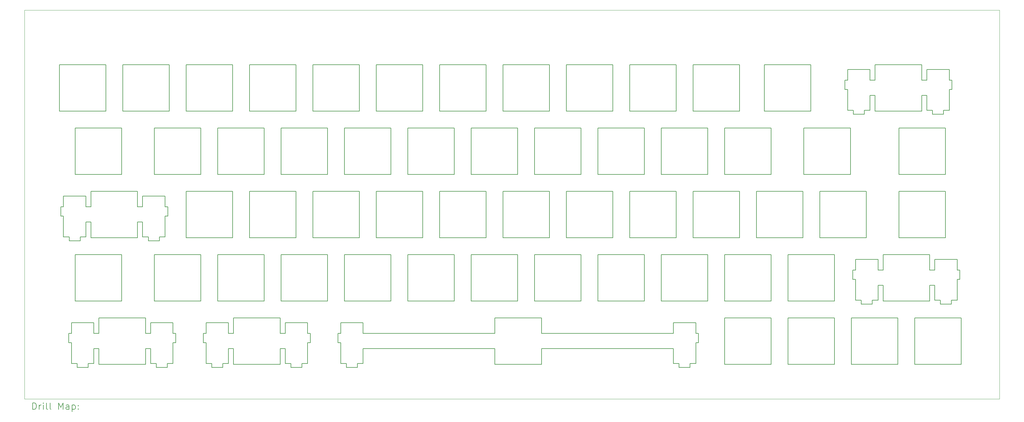
<source format=gbr>
%TF.GenerationSoftware,KiCad,Pcbnew,7.0.1*%
%TF.CreationDate,2023-10-19T22:59:03+03:00*%
%TF.ProjectId,keyboard_cherry_panel,6b657962-6f61-4726-945f-636865727279,rev?*%
%TF.SameCoordinates,Original*%
%TF.FileFunction,Drillmap*%
%TF.FilePolarity,Positive*%
%FSLAX45Y45*%
G04 Gerber Fmt 4.5, Leading zero omitted, Abs format (unit mm)*
G04 Created by KiCad (PCBNEW 7.0.1) date 2023-10-19 22:59:03*
%MOMM*%
%LPD*%
G01*
G04 APERTURE LIST*
%ADD10C,0.150000*%
%ADD11C,0.100000*%
%ADD12C,0.200000*%
G04 APERTURE END LIST*
D10*
X9504495Y-10636933D02*
X9676995Y-10636933D01*
X27881995Y-2389940D02*
X27881995Y-2110050D01*
X19142795Y-4944930D02*
X19142795Y-3545000D01*
X27124495Y-2110050D02*
X26972095Y-2110050D01*
X26286495Y-5450000D02*
X27686495Y-5450000D01*
X22447695Y-3545000D02*
X22447695Y-4944930D01*
X21495195Y-3039930D02*
X20095295Y-3039930D01*
X21047795Y-4944930D02*
X21047795Y-3545000D01*
X19142795Y-3545000D02*
X20542695Y-3545000D01*
X26762795Y-9260000D02*
X28162695Y-9260000D01*
X7207695Y-4944930D02*
X5807765Y-4944930D01*
X9112695Y-8754950D02*
X7712765Y-8754950D01*
X9422085Y-10009926D02*
X9504495Y-10009926D01*
X18190295Y-5450000D02*
X19590195Y-5450000D01*
X19590195Y-5450000D02*
X19590195Y-6849930D01*
X1997765Y-5450000D02*
X1997765Y-5920050D01*
X3960775Y-10636933D02*
X3960775Y-10756960D01*
X17685195Y-3039930D02*
X16285295Y-3039930D01*
X8593865Y-9730050D02*
X8511455Y-9730050D01*
X11017695Y-3545000D02*
X11017695Y-4944930D01*
X24352695Y-9260000D02*
X24352695Y-10659946D01*
X11970195Y-3039930D02*
X10570125Y-3039930D01*
X4350195Y-1640000D02*
X4350195Y-3039930D01*
X22447695Y-7355010D02*
X22447695Y-8754950D01*
X4855265Y-3039930D02*
X4855265Y-1640000D01*
X8665265Y-1640000D02*
X10065195Y-1640000D01*
X4855265Y-1640000D02*
X6255195Y-1640000D01*
X20542695Y-7355010D02*
X20542695Y-8754950D01*
X22952795Y-7355010D02*
X24352695Y-7355010D01*
X16285295Y-5450000D02*
X17685195Y-5450000D01*
X7683945Y-9730050D02*
X7683945Y-9260000D01*
X25571995Y-2570030D02*
X25571995Y-3039930D01*
X25810295Y-8754950D02*
X27210195Y-8754950D01*
X27686495Y-5450000D02*
X27686495Y-6849930D01*
X5807765Y-7355010D02*
X7207695Y-7355010D01*
X3902765Y-8754950D02*
X3902765Y-7355010D01*
X25155295Y-8731930D02*
X25155295Y-8851960D01*
X20261995Y-10009926D02*
X20261995Y-9730050D01*
X9112695Y-3545000D02*
X9112695Y-4944930D01*
X1910805Y-10756960D02*
X1910805Y-10636933D01*
X6131475Y-9407030D02*
X5456505Y-9407030D01*
X12475095Y-1640000D02*
X13875195Y-1640000D01*
X1408375Y-9407030D02*
X1408375Y-9730050D01*
X7836525Y-9407030D02*
X7836525Y-9730050D01*
X20179595Y-10009926D02*
X20261995Y-10009926D01*
X3788385Y-10189899D02*
X3788385Y-10636933D01*
X28037695Y-8731930D02*
X28037695Y-8104930D01*
X25657695Y-8285040D02*
X25810295Y-8285040D01*
X1170250Y-5597040D02*
X1170250Y-5920050D01*
X14380295Y-6849930D02*
X14380295Y-5450000D01*
X1170250Y-6199940D02*
X1170250Y-6826930D01*
X4052695Y-6826930D02*
X4225225Y-6826930D01*
X27210195Y-7355010D02*
X25810295Y-7355010D01*
X3788385Y-9407030D02*
X3788385Y-9730050D01*
X10007055Y-10636933D02*
X10179605Y-10636933D01*
X16732695Y-8754950D02*
X15332795Y-8754950D01*
X11017695Y-8754950D02*
X9617765Y-8754950D01*
X25247095Y-3016930D02*
X25419595Y-3016930D01*
X5456505Y-9407030D02*
X5456505Y-9730050D01*
X13427795Y-3545000D02*
X14827695Y-3545000D01*
X4307765Y-6199940D02*
X4307765Y-5920050D01*
X16285295Y-3039930D02*
X16285295Y-1640000D01*
X4463335Y-9407030D02*
X3788385Y-9407030D01*
X20007095Y-10636933D02*
X20179595Y-10636933D01*
X15780195Y-6849930D02*
X14380295Y-6849930D01*
X21047795Y-3545000D02*
X22447695Y-3545000D01*
X24352695Y-10659946D02*
X22952795Y-10659946D01*
X27362795Y-7502030D02*
X27362795Y-7825050D01*
X5628875Y-10756960D02*
X5958935Y-10756960D01*
X11522795Y-4944930D02*
X11522795Y-3545000D01*
X8511455Y-9407030D02*
X7836525Y-9407030D01*
X3635835Y-10659946D02*
X3635835Y-10189899D01*
X1170250Y-5920050D02*
X1087704Y-5920050D01*
X8008885Y-10756960D02*
X8338945Y-10756960D01*
X25419595Y-2110050D02*
X25419595Y-1787040D01*
X1997765Y-6380030D02*
X1997765Y-6849930D01*
X3902765Y-4944930D02*
X3902765Y-3545000D01*
X24744495Y-2389940D02*
X24744495Y-3016930D01*
X28162695Y-9260000D02*
X28162695Y-10659946D01*
X9112695Y-7355010D02*
X9112695Y-8754950D01*
X18190295Y-6849930D02*
X18190295Y-5450000D01*
X23428995Y-4944930D02*
X23428995Y-3545000D01*
X22000295Y-6849930D02*
X22000295Y-5450000D01*
X28120295Y-7825050D02*
X28037695Y-7825050D01*
X15542095Y-10189899D02*
X19504495Y-10189899D01*
X13427795Y-7355010D02*
X14827695Y-7355010D01*
X27865195Y-8731930D02*
X28037695Y-8731930D01*
X27210195Y-7825050D02*
X27210195Y-7355010D01*
X1845215Y-6826930D02*
X1845215Y-6380030D01*
X27627095Y-3136950D02*
X27627095Y-3016930D01*
X10179605Y-9730050D02*
X10179605Y-9407030D01*
X27535295Y-8851960D02*
X27865195Y-8851960D01*
X8665265Y-5450000D02*
X10065195Y-5450000D01*
X23428995Y-3545000D02*
X24828995Y-3545000D01*
X17685195Y-6849930D02*
X16285295Y-6849930D01*
X3397705Y-6380030D02*
X3550255Y-6380030D01*
X15542095Y-9260000D02*
X14141995Y-9260000D01*
X20542695Y-3545000D02*
X20542695Y-4944930D01*
X3902765Y-3545000D02*
X5302695Y-3545000D01*
X20095295Y-1640000D02*
X21495195Y-1640000D01*
X19590195Y-1640000D02*
X19590195Y-3039930D01*
X25657695Y-7502030D02*
X24982795Y-7502030D01*
X2235885Y-9260000D02*
X2235885Y-9730050D01*
X4290815Y-10756960D02*
X4290815Y-10636933D01*
X26972095Y-2110050D02*
X26972095Y-1640000D01*
X3635835Y-9730050D02*
X3635835Y-9260000D01*
X25485195Y-8731930D02*
X25657695Y-8731930D01*
X10570125Y-1640000D02*
X11970195Y-1640000D01*
X24916995Y-3136950D02*
X25247095Y-3136950D01*
X1672680Y-6946950D02*
X1672680Y-6826930D01*
X12922695Y-7355010D02*
X12922695Y-8754950D01*
X1845215Y-5597040D02*
X1170250Y-5597040D01*
X6255195Y-1640000D02*
X6255195Y-3039930D01*
X5302695Y-7355010D02*
X5302695Y-8754950D01*
X1521511Y-4944930D02*
X1521511Y-3545000D01*
X5807765Y-4944930D02*
X5807765Y-3545000D01*
X8160195Y-5450000D02*
X8160195Y-6849930D01*
X10007055Y-10756960D02*
X10007055Y-10636933D01*
X15542095Y-9730050D02*
X15542095Y-9260000D01*
X2921465Y-4944930D02*
X1521511Y-4944930D01*
X2921465Y-3545000D02*
X2921465Y-4944930D01*
X27881995Y-2110050D02*
X27799595Y-2110050D01*
X19142795Y-8754950D02*
X19142795Y-7355010D01*
X6284015Y-10189899D02*
X6284015Y-10659946D01*
X22447695Y-10659946D02*
X21047795Y-10659946D01*
X7683945Y-9260000D02*
X6284015Y-9260000D01*
X15780195Y-3039930D02*
X14380295Y-3039930D01*
X6131475Y-10189899D02*
X6284015Y-10189899D01*
X20095295Y-6849930D02*
X20095295Y-5450000D01*
X23638295Y-1640000D02*
X23638295Y-3039930D01*
X18637695Y-8754950D02*
X17237795Y-8754950D01*
X8665265Y-6849930D02*
X8665265Y-5450000D01*
X9617765Y-3545000D02*
X11017695Y-3545000D01*
X7207695Y-3545000D02*
X7207695Y-4944930D01*
X2235885Y-9730050D02*
X2083335Y-9730050D01*
X28120295Y-8104930D02*
X28120295Y-7825050D01*
X3788385Y-10636933D02*
X3960775Y-10636933D01*
X21047795Y-8754950D02*
X21047795Y-7355010D01*
X15542095Y-10659946D02*
X15542095Y-10189899D01*
X1997765Y-5920050D02*
X1845215Y-5920050D01*
X4463335Y-10636933D02*
X4463335Y-10009926D01*
X5958935Y-10636933D02*
X6131475Y-10636933D01*
X26286495Y-3545000D02*
X27686495Y-3545000D01*
X10570125Y-6849930D02*
X10570125Y-5450000D01*
X2921465Y-7355010D02*
X2921465Y-8754950D01*
X28037695Y-7825050D02*
X28037695Y-7502030D01*
X17237795Y-7355010D02*
X18637695Y-7355010D01*
X11522795Y-7355010D02*
X12922695Y-7355010D01*
X24982795Y-8731930D02*
X25155295Y-8731930D01*
X12475095Y-5450000D02*
X13875195Y-5450000D01*
X24744495Y-3016930D02*
X24916995Y-3016930D01*
X8511455Y-9730050D02*
X8511455Y-9407030D01*
X26972095Y-2570030D02*
X27124495Y-2570030D01*
X13427795Y-8754950D02*
X13427795Y-7355010D01*
X5958935Y-10756960D02*
X5958935Y-10636933D01*
X14380295Y-5450000D02*
X15780195Y-5450000D01*
X5373955Y-9730050D02*
X5373955Y-10009926D01*
X26257695Y-9260000D02*
X26257695Y-10659946D01*
X4052695Y-6946950D02*
X4052695Y-6826930D01*
X23905295Y-6849930D02*
X23905295Y-5450000D01*
X10065195Y-5450000D02*
X10065195Y-6849930D01*
X25247095Y-3136950D02*
X25247095Y-3016930D01*
X1342779Y-6946950D02*
X1672680Y-6946950D01*
X7683945Y-10659946D02*
X7683945Y-10189899D01*
X25571995Y-2110050D02*
X25419595Y-2110050D01*
X1087704Y-5920050D02*
X1087704Y-6199940D01*
X26762795Y-10659946D02*
X26762795Y-9260000D01*
X20095295Y-3039930D02*
X20095295Y-1640000D01*
X20095295Y-5450000D02*
X21495195Y-5450000D01*
X21047795Y-10659946D02*
X21047795Y-9260000D01*
X5628875Y-10636933D02*
X5628875Y-10756960D01*
X2083335Y-9407030D02*
X1408375Y-9407030D01*
X1045260Y-3039930D02*
X1045260Y-1640000D01*
X15332795Y-3545000D02*
X16732695Y-3545000D01*
X20179595Y-10636933D02*
X20179595Y-10009926D01*
X24828995Y-3545000D02*
X24828995Y-4944930D01*
X4225225Y-6826930D02*
X4225225Y-6199940D01*
X3788385Y-9730050D02*
X3635835Y-9730050D01*
X7712765Y-7355010D02*
X9112695Y-7355010D01*
X19504495Y-10189899D02*
X19504495Y-10636933D01*
X2950265Y-1640000D02*
X4350195Y-1640000D01*
X14141995Y-10659946D02*
X15542095Y-10659946D01*
X28162695Y-10659946D02*
X26762795Y-10659946D01*
X12475095Y-3039930D02*
X12475095Y-1640000D01*
X3635835Y-10189899D02*
X3788385Y-10189899D01*
X10179605Y-10636933D02*
X10179605Y-10189899D01*
X16285295Y-6849930D02*
X16285295Y-5450000D01*
X7712765Y-4944930D02*
X7712765Y-3545000D01*
X26972095Y-3039930D02*
X26972095Y-2570030D01*
X17237795Y-8754950D02*
X17237795Y-7355010D01*
X10065195Y-3039930D02*
X8665265Y-3039930D01*
X13875195Y-3039930D02*
X12475095Y-3039930D01*
X4225225Y-5920050D02*
X4225225Y-5597040D01*
X25657695Y-7825050D02*
X25657695Y-7502030D01*
X24662095Y-2110050D02*
X24662095Y-2389940D01*
X5302695Y-3545000D02*
X5302695Y-4944930D01*
X1408375Y-10636933D02*
X1580904Y-10636933D01*
X8338945Y-10756960D02*
X8338945Y-10636933D01*
X5456505Y-10636933D02*
X5628875Y-10636933D01*
X6255195Y-6849930D02*
X4855265Y-6849930D01*
X17237795Y-4944930D02*
X17237795Y-3545000D01*
X1325828Y-10009926D02*
X1408375Y-10009926D01*
X16732695Y-7355010D02*
X16732695Y-8754950D01*
X24916995Y-3016930D02*
X24916995Y-3136950D01*
X7836525Y-10189899D02*
X7836525Y-10636933D01*
X12922695Y-3545000D02*
X12922695Y-4944930D01*
X25419595Y-1787040D02*
X24744495Y-1787040D01*
X12475095Y-6849930D02*
X12475095Y-5450000D01*
X28037695Y-8104930D02*
X28120295Y-8104930D01*
X4225225Y-6199940D02*
X4307765Y-6199940D01*
X9504495Y-9730050D02*
X9422085Y-9730050D01*
X9504495Y-10009926D02*
X9504495Y-10636933D01*
X3635835Y-9260000D02*
X2235885Y-9260000D01*
X4290815Y-10636933D02*
X4463335Y-10636933D01*
X11970195Y-6849930D02*
X10570125Y-6849930D01*
X19676995Y-10756960D02*
X20007095Y-10756960D01*
X8665265Y-3039930D02*
X8665265Y-1640000D01*
X27124495Y-3016930D02*
X27296995Y-3016930D01*
X27865195Y-8851960D02*
X27865195Y-8731930D01*
X9504495Y-9407030D02*
X9504495Y-9730050D01*
X2083335Y-10189899D02*
X2235885Y-10189899D01*
X3550255Y-6826930D02*
X3722785Y-6826930D01*
X27296995Y-3016930D02*
X27296995Y-3136950D01*
X25419595Y-3016930D02*
X25419595Y-2570030D01*
X18637695Y-4944930D02*
X17237795Y-4944930D01*
X10179605Y-9407030D02*
X9504495Y-9407030D01*
X6255195Y-3039930D02*
X4855265Y-3039930D01*
X19504495Y-9730050D02*
X15542095Y-9730050D01*
X14141995Y-10189899D02*
X14141995Y-10659946D01*
X11017695Y-4944930D02*
X9617765Y-4944930D01*
X1045260Y-1640000D02*
X2445215Y-1640000D01*
X1521511Y-3545000D02*
X2921465Y-3545000D01*
X1580904Y-10756960D02*
X1910805Y-10756960D01*
X17685195Y-1640000D02*
X17685195Y-3039930D01*
X9676995Y-10636933D02*
X9676995Y-10756960D01*
X6131475Y-10636933D02*
X6131475Y-10189899D01*
X20179595Y-9730050D02*
X20179595Y-9407030D01*
X25305195Y-6849930D02*
X23905295Y-6849930D01*
X4350195Y-3039930D02*
X2950265Y-3039930D01*
X27799595Y-3016930D02*
X27799595Y-2389940D01*
X5302695Y-4944930D02*
X3902765Y-4944930D01*
X1997765Y-6849930D02*
X3397705Y-6849930D01*
X22238395Y-3039930D02*
X22238395Y-1640000D01*
X25810295Y-7825050D02*
X25657695Y-7825050D01*
X22447695Y-8754950D02*
X21047795Y-8754950D01*
X24744495Y-1787040D02*
X24744495Y-2110050D01*
X7712765Y-8754950D02*
X7712765Y-7355010D01*
X23905295Y-5450000D02*
X25305195Y-5450000D01*
X27124495Y-2570030D02*
X27124495Y-3016930D01*
X3960775Y-10756960D02*
X4290815Y-10756960D01*
X25155295Y-8851960D02*
X25485195Y-8851960D01*
X5302695Y-8754950D02*
X3902765Y-8754950D01*
X11970195Y-1640000D02*
X11970195Y-3039930D01*
X12922695Y-4944930D02*
X11522795Y-4944930D01*
X5807765Y-3545000D02*
X7207695Y-3545000D01*
X19142795Y-7355010D02*
X20542695Y-7355010D01*
X18637695Y-7355010D02*
X18637695Y-8754950D01*
X5456505Y-10009926D02*
X5456505Y-10636933D01*
X15332795Y-4944930D02*
X15332795Y-3545000D01*
X1521511Y-7355010D02*
X2921465Y-7355010D01*
X27799595Y-2389940D02*
X27881995Y-2389940D01*
X9617765Y-4944930D02*
X9617765Y-3545000D01*
X3722785Y-6946950D02*
X4052695Y-6946950D01*
X20542695Y-8754950D02*
X19142795Y-8754950D01*
X9112695Y-4944930D02*
X7712765Y-4944930D01*
X10570125Y-3039930D02*
X10570125Y-1640000D01*
X15332795Y-8754950D02*
X15332795Y-7355010D01*
X6284015Y-10659946D02*
X7683945Y-10659946D01*
X3397705Y-6849930D02*
X3397705Y-6380030D01*
X21047795Y-9260000D02*
X22447695Y-9260000D01*
X14827695Y-8754950D02*
X13427795Y-8754950D01*
X21495195Y-6849930D02*
X20095295Y-6849930D01*
X10065195Y-6849930D02*
X8665265Y-6849930D01*
X22000295Y-5450000D02*
X23400195Y-5450000D01*
X4545885Y-10009926D02*
X4545885Y-9730050D01*
X19504495Y-10636933D02*
X19676995Y-10636933D01*
X19504495Y-9407030D02*
X19504495Y-9730050D01*
X11970195Y-5450000D02*
X11970195Y-6849930D01*
X24900195Y-8104930D02*
X24982795Y-8104930D01*
X19590195Y-3039930D02*
X18190295Y-3039930D01*
X1408375Y-10009926D02*
X1408375Y-10636933D01*
X1087704Y-6199940D02*
X1170250Y-6199940D01*
X14827695Y-3545000D02*
X14827695Y-4944930D01*
X20179595Y-9407030D02*
X19504495Y-9407030D01*
X1521511Y-8754950D02*
X1521511Y-7355010D01*
X13427795Y-4944930D02*
X13427795Y-3545000D01*
X3550255Y-5597040D02*
X3550255Y-5920050D01*
X4855265Y-5450000D02*
X6255195Y-5450000D01*
X24857795Y-9260000D02*
X26257695Y-9260000D01*
X2083335Y-9730050D02*
X2083335Y-9407030D01*
X10179605Y-10189899D02*
X14141995Y-10189899D01*
X24982795Y-7825050D02*
X24900195Y-7825050D01*
X16285295Y-1640000D02*
X17685195Y-1640000D01*
X6284015Y-9260000D02*
X6284015Y-9730050D01*
X24828995Y-4944930D02*
X23428995Y-4944930D01*
X15780195Y-5450000D02*
X15780195Y-6849930D01*
X9422085Y-9730050D02*
X9422085Y-10009926D01*
X24662095Y-2389940D02*
X24744495Y-2389940D01*
X4855265Y-6849930D02*
X4855265Y-5450000D01*
X3902765Y-7355010D02*
X5302695Y-7355010D01*
X24982795Y-8104930D02*
X24982795Y-8731930D01*
X4463335Y-10009926D02*
X4545885Y-10009926D01*
X15332795Y-7355010D02*
X16732695Y-7355010D01*
X8160195Y-3039930D02*
X6760265Y-3039930D01*
X27362795Y-8731930D02*
X27535295Y-8731930D01*
X27686495Y-6849930D02*
X26286495Y-6849930D01*
X25810295Y-7355010D02*
X25810295Y-7825050D01*
X23400195Y-6849930D02*
X22000295Y-6849930D01*
X7683945Y-10189899D02*
X7836525Y-10189899D01*
X10065195Y-1640000D02*
X10065195Y-3039930D01*
X21495195Y-1640000D02*
X21495195Y-3039930D01*
X9617765Y-8754950D02*
X9617765Y-7355010D01*
X27362795Y-8285040D02*
X27362795Y-8731930D01*
X15780195Y-1640000D02*
X15780195Y-3039930D01*
X3550255Y-5920050D02*
X3397705Y-5920050D01*
X18190295Y-1640000D02*
X19590195Y-1640000D01*
X25419595Y-2570030D02*
X25571995Y-2570030D01*
X6131475Y-9730050D02*
X6131475Y-9407030D01*
X11522795Y-3545000D02*
X12922695Y-3545000D01*
X27362795Y-7825050D02*
X27210195Y-7825050D01*
X3722785Y-6826930D02*
X3722785Y-6946950D01*
X1325828Y-9730050D02*
X1325828Y-10009926D01*
X22238395Y-1640000D02*
X23638295Y-1640000D01*
X6760265Y-6849930D02*
X6760265Y-5450000D01*
X22952795Y-8754950D02*
X22952795Y-7355010D01*
X8160195Y-6849930D02*
X6760265Y-6849930D01*
X13875195Y-5450000D02*
X13875195Y-6849930D01*
X8593865Y-10009926D02*
X8593865Y-9730050D01*
X25571995Y-3039930D02*
X26972095Y-3039930D01*
X7712765Y-3545000D02*
X9112695Y-3545000D01*
X27210195Y-8285040D02*
X27362795Y-8285040D01*
X26286495Y-4944930D02*
X26286495Y-3545000D01*
X21047795Y-7355010D02*
X22447695Y-7355010D01*
X5373955Y-10009926D02*
X5456505Y-10009926D01*
X11522795Y-8754950D02*
X11522795Y-7355010D01*
X27799595Y-2110050D02*
X27799595Y-1787040D01*
X27627095Y-3016930D02*
X27799595Y-3016930D01*
X25305195Y-5450000D02*
X25305195Y-6849930D01*
X3397705Y-5450000D02*
X1997765Y-5450000D01*
X27535295Y-8731930D02*
X27535295Y-8851960D01*
X2235885Y-10659946D02*
X3635835Y-10659946D01*
X21495195Y-5450000D02*
X21495195Y-6849930D01*
X1845215Y-5920050D02*
X1845215Y-5597040D01*
X25810295Y-8285040D02*
X25810295Y-8754950D01*
X13875195Y-6849930D02*
X12475095Y-6849930D01*
X4225225Y-5597040D02*
X3550255Y-5597040D01*
X14827695Y-4944930D02*
X13427795Y-4944930D01*
X27686495Y-3545000D02*
X27686495Y-4944930D01*
X2921465Y-8754950D02*
X1521511Y-8754950D01*
X27210195Y-8754950D02*
X27210195Y-8285040D01*
X18190295Y-3039930D02*
X18190295Y-1640000D01*
X20542695Y-4944930D02*
X19142795Y-4944930D01*
D11*
X0Y0D02*
X29310000Y0D01*
X29310000Y-11700000D01*
X0Y-11700000D01*
X0Y0D01*
D10*
X17237795Y-3545000D02*
X18637695Y-3545000D01*
X8338945Y-10636933D02*
X8511455Y-10636933D01*
X20007095Y-10756960D02*
X20007095Y-10636933D01*
X20261995Y-9730050D02*
X20179595Y-9730050D01*
X7207695Y-8754950D02*
X5807765Y-8754950D01*
X25485195Y-8851960D02*
X25485195Y-8731930D01*
X4307765Y-5920050D02*
X4225225Y-5920050D01*
X24744495Y-2110050D02*
X24662095Y-2110050D01*
X5807765Y-8754950D02*
X5807765Y-7355010D01*
X27686495Y-4944930D02*
X26286495Y-4944930D01*
X10570125Y-5450000D02*
X11970195Y-5450000D01*
X25657695Y-8731930D02*
X25657695Y-8285040D01*
X2235885Y-10189899D02*
X2235885Y-10659946D01*
X14827695Y-7355010D02*
X14827695Y-8754950D01*
X24857795Y-10659946D02*
X24857795Y-9260000D01*
X26286495Y-6849930D02*
X26286495Y-5450000D01*
X8511455Y-10636933D02*
X8511455Y-10009926D01*
X22447695Y-9260000D02*
X22447695Y-10659946D01*
X7207695Y-7355010D02*
X7207695Y-8754950D01*
X3550255Y-6380030D02*
X3550255Y-6826930D01*
X8160195Y-1640000D02*
X8160195Y-3039930D01*
X13875195Y-1640000D02*
X13875195Y-3039930D01*
X7836525Y-9730050D02*
X7683945Y-9730050D01*
X6760265Y-1640000D02*
X8160195Y-1640000D01*
X8511455Y-10009926D02*
X8593865Y-10009926D01*
X11017695Y-7355010D02*
X11017695Y-8754950D01*
X22952795Y-9260000D02*
X24352695Y-9260000D01*
X22447695Y-4944930D02*
X21047795Y-4944930D01*
X14380295Y-1640000D02*
X15780195Y-1640000D01*
X14141995Y-9730050D02*
X10179605Y-9730050D01*
X1910805Y-10636933D02*
X2083335Y-10636933D01*
X23400195Y-5450000D02*
X23400195Y-6849930D01*
X1580904Y-10636933D02*
X1580904Y-10756960D01*
X19590195Y-6849930D02*
X18190295Y-6849930D01*
X5456505Y-9730050D02*
X5373955Y-9730050D01*
X1170250Y-6826930D02*
X1342779Y-6826930D01*
X18637695Y-3545000D02*
X18637695Y-4944930D01*
X27799595Y-1787040D02*
X27124495Y-1787040D01*
X6255195Y-5450000D02*
X6255195Y-6849930D01*
X26972095Y-1640000D02*
X25571995Y-1640000D01*
X24352695Y-7355010D02*
X24352695Y-8754950D01*
X14141995Y-9260000D02*
X14141995Y-9730050D01*
X23638295Y-3039930D02*
X22238395Y-3039930D01*
X2950265Y-3039930D02*
X2950265Y-1640000D01*
X12922695Y-8754950D02*
X11522795Y-8754950D01*
X6760265Y-5450000D02*
X8160195Y-5450000D01*
X6284015Y-9730050D02*
X6131475Y-9730050D01*
X2083335Y-10636933D02*
X2083335Y-10189899D01*
X26257695Y-10659946D02*
X24857795Y-10659946D01*
X16732695Y-3545000D02*
X16732695Y-4944930D01*
X6760265Y-3039930D02*
X6760265Y-1640000D01*
X24900195Y-7825050D02*
X24900195Y-8104930D01*
X8008885Y-10636933D02*
X8008885Y-10756960D01*
X1845215Y-6380030D02*
X1997765Y-6380030D01*
X28037695Y-7502030D02*
X27362795Y-7502030D01*
X4545885Y-9730050D02*
X4463335Y-9730050D01*
X24982795Y-7502030D02*
X24982795Y-7825050D01*
X1408375Y-9730050D02*
X1325828Y-9730050D01*
X14380295Y-3039930D02*
X14380295Y-1640000D01*
X25571995Y-1640000D02*
X25571995Y-2110050D01*
X1342779Y-6826930D02*
X1342779Y-6946950D01*
X17685195Y-5450000D02*
X17685195Y-6849930D01*
X9676995Y-10756960D02*
X10007055Y-10756960D01*
X27296995Y-3136950D02*
X27627095Y-3136950D01*
X27124495Y-1787040D02*
X27124495Y-2110050D01*
X2445215Y-1640000D02*
X2445215Y-3039930D01*
X16732695Y-4944930D02*
X15332795Y-4944930D01*
X9617765Y-7355010D02*
X11017695Y-7355010D01*
X4463335Y-9730050D02*
X4463335Y-9407030D01*
X19676995Y-10636933D02*
X19676995Y-10756960D01*
X24352695Y-8754950D02*
X22952795Y-8754950D01*
X7836525Y-10636933D02*
X8008885Y-10636933D01*
X2445215Y-3039930D02*
X1045260Y-3039930D01*
X3397705Y-5920050D02*
X3397705Y-5450000D01*
X1672680Y-6826930D02*
X1845215Y-6826930D01*
X22952795Y-10659946D02*
X22952795Y-9260000D01*
D12*
X242619Y-12017524D02*
X242619Y-11817524D01*
X242619Y-11817524D02*
X290238Y-11817524D01*
X290238Y-11817524D02*
X318810Y-11827048D01*
X318810Y-11827048D02*
X337857Y-11846095D01*
X337857Y-11846095D02*
X347381Y-11865143D01*
X347381Y-11865143D02*
X356905Y-11903238D01*
X356905Y-11903238D02*
X356905Y-11931809D01*
X356905Y-11931809D02*
X347381Y-11969905D01*
X347381Y-11969905D02*
X337857Y-11988952D01*
X337857Y-11988952D02*
X318810Y-12008000D01*
X318810Y-12008000D02*
X290238Y-12017524D01*
X290238Y-12017524D02*
X242619Y-12017524D01*
X442619Y-12017524D02*
X442619Y-11884190D01*
X442619Y-11922286D02*
X452143Y-11903238D01*
X452143Y-11903238D02*
X461667Y-11893714D01*
X461667Y-11893714D02*
X480714Y-11884190D01*
X480714Y-11884190D02*
X499762Y-11884190D01*
X566429Y-12017524D02*
X566429Y-11884190D01*
X566429Y-11817524D02*
X556905Y-11827048D01*
X556905Y-11827048D02*
X566429Y-11836571D01*
X566429Y-11836571D02*
X575952Y-11827048D01*
X575952Y-11827048D02*
X566429Y-11817524D01*
X566429Y-11817524D02*
X566429Y-11836571D01*
X690238Y-12017524D02*
X671190Y-12008000D01*
X671190Y-12008000D02*
X661667Y-11988952D01*
X661667Y-11988952D02*
X661667Y-11817524D01*
X795000Y-12017524D02*
X775952Y-12008000D01*
X775952Y-12008000D02*
X766428Y-11988952D01*
X766428Y-11988952D02*
X766428Y-11817524D01*
X1023571Y-12017524D02*
X1023571Y-11817524D01*
X1023571Y-11817524D02*
X1090238Y-11960381D01*
X1090238Y-11960381D02*
X1156905Y-11817524D01*
X1156905Y-11817524D02*
X1156905Y-12017524D01*
X1337857Y-12017524D02*
X1337857Y-11912762D01*
X1337857Y-11912762D02*
X1328333Y-11893714D01*
X1328333Y-11893714D02*
X1309286Y-11884190D01*
X1309286Y-11884190D02*
X1271190Y-11884190D01*
X1271190Y-11884190D02*
X1252143Y-11893714D01*
X1337857Y-12008000D02*
X1318810Y-12017524D01*
X1318810Y-12017524D02*
X1271190Y-12017524D01*
X1271190Y-12017524D02*
X1252143Y-12008000D01*
X1252143Y-12008000D02*
X1242619Y-11988952D01*
X1242619Y-11988952D02*
X1242619Y-11969905D01*
X1242619Y-11969905D02*
X1252143Y-11950857D01*
X1252143Y-11950857D02*
X1271190Y-11941333D01*
X1271190Y-11941333D02*
X1318810Y-11941333D01*
X1318810Y-11941333D02*
X1337857Y-11931809D01*
X1433095Y-11884190D02*
X1433095Y-12084190D01*
X1433095Y-11893714D02*
X1452143Y-11884190D01*
X1452143Y-11884190D02*
X1490238Y-11884190D01*
X1490238Y-11884190D02*
X1509286Y-11893714D01*
X1509286Y-11893714D02*
X1518809Y-11903238D01*
X1518809Y-11903238D02*
X1528333Y-11922286D01*
X1528333Y-11922286D02*
X1528333Y-11979428D01*
X1528333Y-11979428D02*
X1518809Y-11998476D01*
X1518809Y-11998476D02*
X1509286Y-12008000D01*
X1509286Y-12008000D02*
X1490238Y-12017524D01*
X1490238Y-12017524D02*
X1452143Y-12017524D01*
X1452143Y-12017524D02*
X1433095Y-12008000D01*
X1614048Y-11998476D02*
X1623571Y-12008000D01*
X1623571Y-12008000D02*
X1614048Y-12017524D01*
X1614048Y-12017524D02*
X1604524Y-12008000D01*
X1604524Y-12008000D02*
X1614048Y-11998476D01*
X1614048Y-11998476D02*
X1614048Y-12017524D01*
X1614048Y-11893714D02*
X1623571Y-11903238D01*
X1623571Y-11903238D02*
X1614048Y-11912762D01*
X1614048Y-11912762D02*
X1604524Y-11903238D01*
X1604524Y-11903238D02*
X1614048Y-11893714D01*
X1614048Y-11893714D02*
X1614048Y-11912762D01*
M02*

</source>
